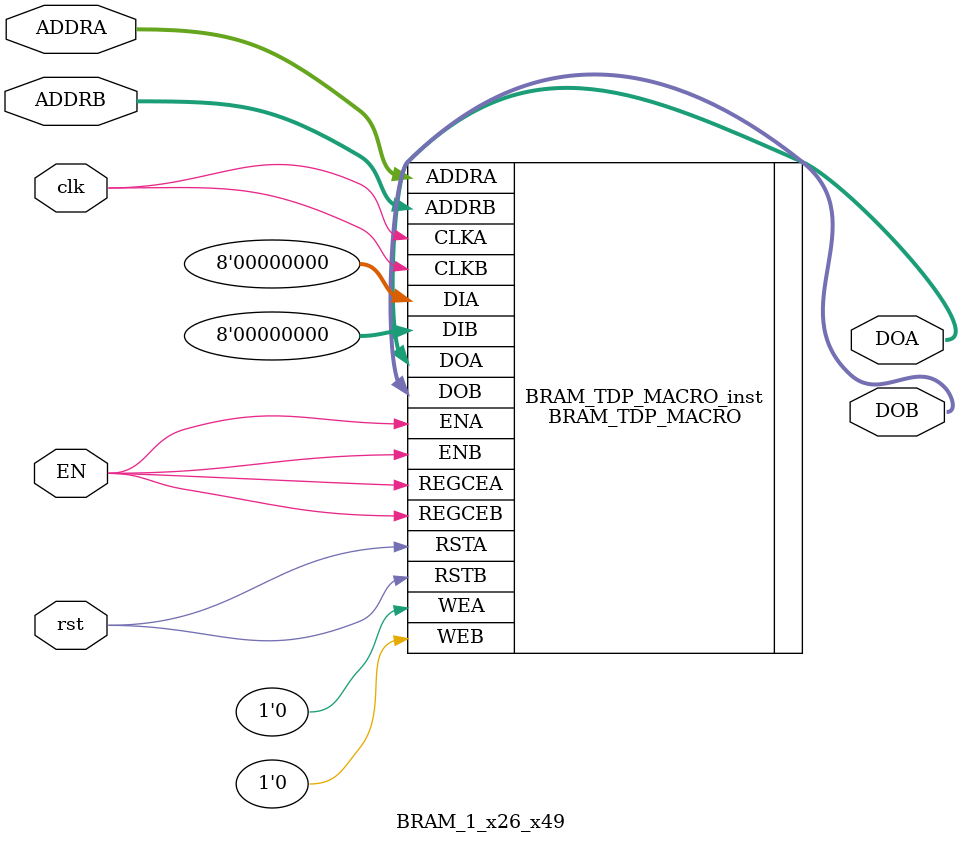
<source format=v>

module BRAM_1_x26_x49(
    input [9:0] ADDRA,
    input [9:0] ADDRB,
    input clk,
    input rst, input EN,
    output [7:0] DOA,
    output [7:0] DOB
    );



// Spartan-6
// Xilinx HDL Libraries Guide, version 14.7
//////////////////////////////////////////////////////////////////////////
// DATA_WIDTH_A/B | BRAM_SIZE | RAM Depth | ADDRA/B Width | WEA/B Width //
// ===============|===========|===========|===============|=============//
// 19-36 | "18Kb" | 512 | 9-bit | 4-bit //
// 10-18 | "18Kb" | 1024 | 10-bit | 2-bit //
// 10-18 | "9Kb" | 512 | 9-bit | 2-bit //
// 5-9 | "18Kb" | 2048 | 11-bit | 1-bit //
// 5-9 | "9Kb" | 1024 | 10-bit | 1-bit //
// 3-4 | "18Kb" | 4096 | 12-bit | 1-bit //
// 3-4 | "9Kb" | 2048 | 11-bit | 1-bit //
// 2 | "18Kb" | 8192 | 13-bit | 1-bit //
// 2 | "9Kb" | 4096 | 12-bit | 1-bit //
// 1 | "18Kb" | 16384 | 14-bit | 1-bit //
// 1 | "9Kb" | 8192 | 12-bit | 1-bit //
//////////////////////////////////////////////////////////////////////////
BRAM_TDP_MACRO #(
	.BRAM_SIZE("9Kb"), // Target BRAM: "9Kb" or "18Kb"
	.DEVICE("SPARTAN6"), // Target device: "VIRTEX5", "VIRTEX6", "SPARTAN6"
	.DOA_REG(1), // Optional port A output register (0 or 1)
	.DOB_REG(1), // Optional port B output register (0 or 1)
	.INIT_A(36'h0123), // Initial values on port A output port
	.INIT_B(36'h3210), // Initial values on port B output port
	.INIT_FILE ("NONE"),
	.READ_WIDTH_A (8), // Valid values are 1-36
	.READ_WIDTH_B (8), // Valid values are 1-36
	.SIM_COLLISION_CHECK ("NONE"), // Collision check enable "ALL", "WARNING_ONLY",
	// "GENERATE_X_ONLY" or "NONE"
	.SRVAL_A(36'h00000000), // Set/Reset value for port A output
	.SRVAL_B(36'h00000000), // Set/Reset value for port B output
	.WRITE_MODE_A("WRITE_FIRST"), // "WRITE_FIRST", "READ_FIRST", or "NO_CHANGE"
	.WRITE_MODE_B("WRITE_FIRST"), // "WRITE_FIRST", "READ_FIRST", or "NO_CHANGE"
	.WRITE_WIDTH_A(8), // Valid values are 1-36
	.WRITE_WIDTH_B(8), // Valid values are 1-36
	
.INIT_00(256'hF8185D8EC6C3665000000000000000002BE2F40E2A06F0EF0000000000000000),
.INIT_01(256'hE54E72D8F852248FA91F77F3ECBE7C1C80AF745A735DCCE3150ED2FB817E08C5),
.INIT_02(256'hCC3DE4C47610FF4824B62959FF1F565470E4F0B5E4E7C517F72928143D914608),
.INIT_03(256'h85D9902F4E61B4782DEFF1E3E1B5D753F1655522C5228E8A3C1F2BD83085CDA8),
.INIT_04(256'hF5410DA49D06CA4C1A8C07BF28749FED2D4E6917A9E542138DE556106CCE1D91),
.INIT_05(256'h73C00995D9A14215EB8798E87D3FEAB4D1180EE8464478550C33A0839889D0DD),
.INIT_06(256'hD568CF8D78986976180467B7B014C1A9DBFDAF768BF0F470E54B8EEC8F99EA30),
.INIT_07(256'h134F84152ECBFCD45D5D43BD035F5DFF1973F95E08DBADB3AEB1BD5CE3A0B00D),
.INIT_08(256'h05E5A0733B3E9BADFDFDFDFDFDFDFDFDD61F09F3D7FB0D12FDFDFDFDFDFDFDFD),
.INIT_09(256'h18B38F2505AFD97254E28A0E114381E17D5289A78EA0311EE8F32F067C83F538),
.INIT_0A(256'h31C019398BED02B5D94BD4A402E2ABA98D190D48191A38EA0AD4D5E9C06CBBF5),
.INIT_0B(256'h78246DD2B39C4985D0120C1E1C482AAE0C98A8DF38DF7377C1E2D625CD783055),
.INIT_0C(256'h08BCF05960FB37B1E771FA42D5896210D0B394EA5418BFEE7018ABED9133E06C),
.INIT_0D(256'h8E3DF468245CBFE8167A651580C217492CE5F315BBB985A8F1CE5D7E65742D20),
.INIT_0E(256'h289532708565948BE5F99A4A4DE93C542600528B760D098D18B67311726417CD),
.INIT_0F(256'hEEB279E8D3360129A0A0BE40FEA2A002E48E04A3F526504E534C40A11E5D4DF0),
.INIT_10(256'h2C4CB2679CCA48AB0000000000000000FA92E934D886816A0000000000000000),
.INIT_11(256'h1F69D405DE9C698CDDE0577884BB38150299DDE1329D9199E43CF73DDE04FB33),
.INIT_12(256'h0E72B5A531C744DE03BAA6C6010420FC8F6625A04E2D2A2593B7AA57FD654001),
.INIT_13(256'hF86839D7869EBFD995EB9520FE3E4C479575DC42761EC7D11B1D1ED37FC7C8BB),
.INIT_14(256'h1A11CD974AF96C8E70A5DBEAB1EAA11EE9BB17145DB752E936B23959818B35DB),
.INIT_15(256'hE4B7011179905BF17BDD3D6D5F7594482DC278D43762A5B3F5E78E6AC45A325A),
.INIT_16(256'hC80C84C8DC1CE5ADD96669EBD15C5EEE5454AD25C8CC44C83744BFF1256492EE),
.INIT_17(256'hA1C7F00C48285AA0CBFDB9A016106D4420675D8022631CC7CAD519296E41B4B4),
.INIT_18(256'hD1B14F9A6137B556FDFDFDFDFDFDFDFD076F14C9257B7C97FDFDFDFDFDFDFDFD),
.INIT_19(256'hE29429F823619471201DAA857946C5E8FF64201CCF606C6419C10AC023F906CE),
.INIT_1A(256'hF38F4858CC3AB923FE475B3BFCF9DD01729BD85DB3D0D7D86E4A57AA0098BDFC),
.INIT_1B(256'h0595C42A7B634224681668DD03C3B1BA688821BF8BE33A2CE6E0E32E823A3546),
.INIT_1C(256'hE7EC306AB70491738D5826174C175CE31446EAE9A04AAF14CB4FC4A47C76C826),
.INIT_1D(256'h194AFCEC846DA60C8620C090A28869B5D03F8529CA9F584E081A739739A7CFA7),
.INIT_1E(256'h35F1793521E11850249B94162CA1A313A9A950D83531B935CAB9420CD8996F13),
.INIT_1F(256'h5C3A0DF1B5D5A75D3600445DEBED90B9DD9AA07DDF9EE13A3728E4D493BC4949),



	
	//===============================================================================
	
	.INIT_20(256'h0000000000000000000000000000000000000000000000000000000000000000),
	.INIT_21(256'h0000000000000000000000000000000000000000000000000000000000000000),
	.INIT_22(256'h0000000000000000000000000000000000000000000000000000000000000000),
	.INIT_23(256'h0000000000000000000000000000000000000000000000000000000000000000),
	.INIT_24(256'h0000000000000000000000000000000000000000000000000000000000000000),
	.INIT_25(256'h0000000000000000000000000000000000000000000000000000000000000000),
	.INIT_26(256'h0000000000000000000000000000000000000000000000000000000000000000),
	.INIT_27(256'h0000000000000000000000000000000000000000000000000000000000000000),
	.INIT_28(256'h0000000000000000000000000000000000000000000000000000000000000000),
	.INIT_29(256'h0000000000000000000000000000000000000000000000000000000000000000),
	.INIT_2A(256'h0000000000000000000000000000000000000000000000000000000000000000),
	.INIT_2B(256'h0000000000000000000000000000000000000000000000000000000000000000),
	.INIT_2C(256'h0000000000000000000000000000000000000000000000000000000000000000),
	.INIT_2D(256'h0000000000000000000000000000000000000000000000000000000000000000),
	.INIT_2E(256'h0000000000000000000000000000000000000000000000000000000000000000),
	.INIT_2F(256'h0000000000000000000000000000000000000000000000000000000000000000),
	.INIT_30(256'h0000000000000000000000000000000000000000000000000000000000000000),
	.INIT_31(256'h0000000000000000000000000000000000000000000000000000000000000000),
	.INIT_32(256'h0000000000000000000000000000000000000000000000000000000000000000),
	.INIT_33(256'h0000000000000000000000000000000000000000000000000000000000000000),
	.INIT_34(256'h0000000000000000000000000000000000000000000000000000000000000000),
	.INIT_35(256'h0000000000000000000000000000000000000000000000000000000000000000),
	.INIT_36(256'h0000000000000000000000000000000000000000000000000000000000000000),
	.INIT_37(256'h0000000000000000000000000000000000000000000000000000000000000000),
	.INIT_38(256'h0000000000000000000000000000000000000000000000000000000000000000),
	.INIT_39(256'h0000000000000000000000000000000000000000000000000000000000000000),
	.INIT_3A(256'h0000000000000000000000000000000000000000000000000000000000000000),
	.INIT_3B(256'h0000000000000000000000000000000000000000000000000000000000000000),
	.INIT_3C(256'h0000000000000000000000000000000000000000000000000000000000000000),
	.INIT_3D(256'h0000000000000000000000000000000000000000000000000000000000000000),
	.INIT_3E(256'h0000000000000000000000000000000000000000000000000000000000000000),
	.INIT_3F(256'h0000000000000000000000000000000000000000000000000000000000000000),


	// The next set of INITP_xx are for the parity bits
	.INITP_00(256'h0000000000000000000000000000000000000000000000000000000000000000),
	.INITP_01(256'h0000000000000000000000000000000000000000000000000000000000000000),
	.INITP_02(256'h0000000000000000000000000000000000000000000000000000000000000000),
	.INITP_03(256'h0000000000000000000000000000000000000000000000000000000000000000),
	// The next set of INITP_xx are for "18Kb" configuration only
	.INITP_04(256'h0000000000000000000000000000000000000000000000000000000000000000),
	.INITP_05(256'h0000000000000000000000000000000000000000000000000000000000000000),
	.INITP_06(256'h0000000000000000000000000000000000000000000000000000000000000000),
	.INITP_07(256'h0000000000000000000000000000000000000000000000000000000000000000)
) BRAM_TDP_MACRO_inst (
	.DOA(DOA), // Output port-A data, width defined by READ_WIDTH_A parameter
	.DOB(DOB), // Output port-B data, width defined by READ_WIDTH_B parameter
	.ADDRA(ADDRA), // Input port-A address, width defined by Port A depth
	.ADDRB(ADDRB), // Input port-B address, width defined by Port B depth
	.CLKA(clk), // 1-bit input port-A clock
	.CLKB(clk), // 1-bit input port-B clock
		.DIA(8'h0), // Input port-A data, width defined by WRITE_WIDTH_A parameter
	.DIB(8'h0), // Input port-B data, width defined by WRITE_WIDTH_B parameter
	.ENA(EN), // 1-bit input port-A enable
	.ENB(EN), // 1-bit input port-B enable
	.REGCEA(EN), // 1-bit input port-A output register enable
	.REGCEB(EN), // 1-bit input port-B output register enable
	.RSTA(rst), // 1-bit input port-A reset
	.RSTB(rst), // 1-bit input port-B reset
	.WEA(1'b0), // Input port-A write enable, width defined by Port A depth
	.WEB(1'b0) // Input port-B write enable, width defined by Port B depth
);
// End of BRAM_TDP_MACRO_inst instantiation
endmodule

</source>
